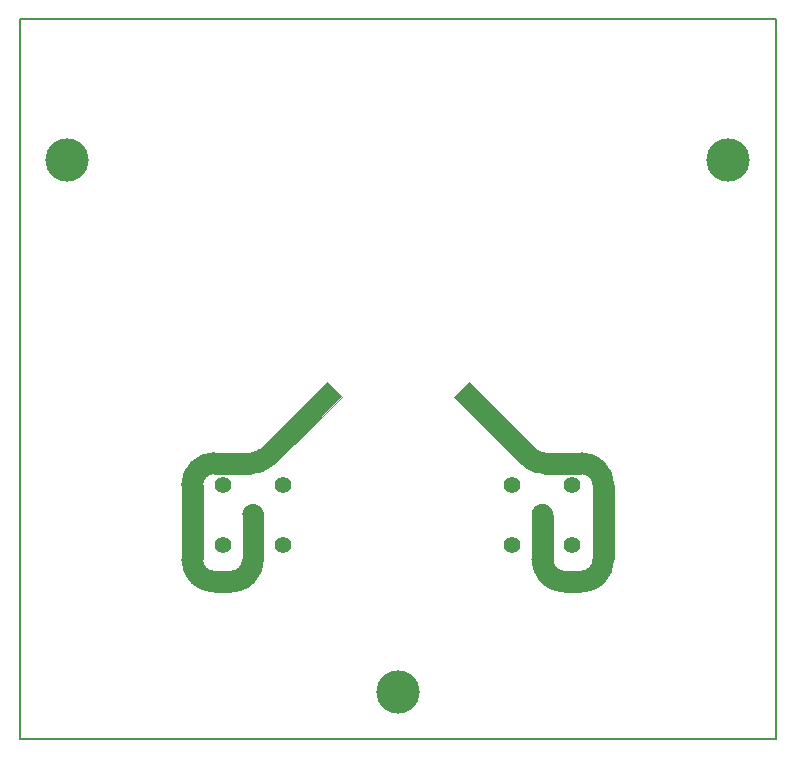
<source format=gtl>
G04*
G04 #@! TF.GenerationSoftware,Altium Limited,Altium Designer,20.0.14 (345)*
G04*
G04 Layer_Physical_Order=1*
G04 Layer_Color=255*
%FSLAX44Y44*%
%MOMM*%
G71*
G01*
G75*
%ADD13C,0.1270*%
%ADD15C,0.0127*%
%ADD16C,3.6600*%
%ADD17C,1.4000*%
%ADD18C,1.3500*%
G36*
X272581Y289992D02*
X215641Y233051D01*
X215641Y233051D01*
X214678Y232089D01*
X212575Y230362D01*
X210312Y228850D01*
X207911Y227567D01*
X206654Y227047D01*
X205397Y226526D01*
X202792Y225736D01*
X200123Y225205D01*
X197414Y224938D01*
X196054Y224938D01*
X164813D01*
X164813Y224938D01*
X163833Y224890D01*
X161911Y224508D01*
X160100Y223757D01*
X158470Y222668D01*
X157742Y222009D01*
X157083Y221282D01*
X155994Y219652D01*
X155244Y217841D01*
X154862Y215918D01*
X154813Y214938D01*
Y152190D01*
X154862Y151210D01*
X155244Y149287D01*
X155994Y147476D01*
X157083Y145846D01*
X157742Y145119D01*
X157742D01*
X158469Y144460D01*
X160100Y143371D01*
X161911Y142621D01*
X163833Y142238D01*
X164813Y142190D01*
X178713D01*
X179694Y142238D01*
X181616Y142621D01*
X183428Y143371D01*
X185057Y144460D01*
X185784Y145119D01*
X186444Y145846D01*
X187533Y147476D01*
X188283Y149287D01*
X188665Y151210D01*
X188713Y152190D01*
Y189990D01*
Y190862D01*
X189054Y192571D01*
X189721Y194182D01*
X190689Y195632D01*
X191922Y196864D01*
X193371Y197833D01*
X194982Y198500D01*
X196692Y198840D01*
X197563Y198840D01*
X198435Y198840D01*
X200145Y198500D01*
X201756Y197833D01*
X203205Y196864D01*
X204438Y195632D01*
X205406Y194182D01*
X206073Y192571D01*
X206413Y190862D01*
Y189990D01*
Y152190D01*
X206413D01*
Y150829D01*
X206147Y148121D01*
X205616Y145451D01*
X204826Y142847D01*
X203784Y140332D01*
X202501Y137932D01*
X200989Y135669D01*
X199263Y133565D01*
X198300Y132603D01*
X197338Y131641D01*
X195234Y129914D01*
X192971Y128402D01*
X190571Y127119D01*
X188057Y126078D01*
X185452Y125288D01*
X182783Y124757D01*
X180074Y124490D01*
X163453D01*
X160744Y124757D01*
X158075Y125288D01*
X155470Y126078D01*
X152956Y127119D01*
X150556Y128402D01*
X148293Y129914D01*
X146189Y131641D01*
X145227Y132603D01*
X144264Y133565D01*
X142538Y135669D01*
X141026Y137932D01*
X139743Y140332D01*
X138701Y142847D01*
X137911Y145451D01*
X137380Y148121D01*
X137114Y150829D01*
Y152190D01*
Y214938D01*
Y216299D01*
X137380Y219007D01*
X137911Y221677D01*
X138701Y224281D01*
X139743Y226796D01*
X141026Y229196D01*
X142538Y231459D01*
X144264Y233563D01*
X145227Y234525D01*
X146189Y235487D01*
X148293Y237214D01*
X150556Y238726D01*
X152956Y240009D01*
X155470Y241050D01*
X158075Y241840D01*
X160744Y242371D01*
X163453Y242638D01*
X164813D01*
X196054Y242638D01*
X196054D01*
X196544Y242650D01*
X197521Y242746D01*
X198484Y242938D01*
X199423Y243223D01*
X199881Y243399D01*
X200329Y243598D01*
X201195Y244061D01*
X202011Y244606D01*
X202769Y245229D01*
X203125Y245567D01*
X260065Y302508D01*
X272581Y289992D01*
D02*
G37*
G36*
X437002Y245567D02*
X437358Y245229D01*
X438116Y244606D01*
X438932Y244061D01*
X439798Y243598D01*
X440246Y243399D01*
X440704Y243223D01*
X441643Y242938D01*
X442606Y242746D01*
X443583Y242650D01*
X444073Y242638D01*
X475313Y242638D01*
X476674D01*
X479383Y242371D01*
X482052Y241840D01*
X484657Y241050D01*
X487171Y240009D01*
X489571Y238726D01*
X491834Y237214D01*
X493938Y235487D01*
X494900Y234525D01*
X495863Y233563D01*
X497589Y231459D01*
X499101Y229196D01*
X500384Y226796D01*
X501426Y224281D01*
X502216Y221677D01*
X502747Y219007D01*
X503013Y216299D01*
Y214938D01*
X503013Y214938D01*
X503013Y152190D01*
Y150829D01*
X502747Y148121D01*
X502216Y145451D01*
X501426Y142847D01*
X500384Y140332D01*
X499101Y137932D01*
X497589Y135669D01*
X495863Y133565D01*
X494900Y132603D01*
X493938Y131641D01*
X491834Y129914D01*
X489571Y128402D01*
X487171Y127119D01*
X484657Y126078D01*
X482052Y125288D01*
X479383Y124757D01*
X476674Y124490D01*
X460053D01*
X457344Y124757D01*
X454675Y125288D01*
X452070Y126078D01*
X449556Y127119D01*
X447156Y128402D01*
X444893Y129914D01*
X442789Y131641D01*
X441827Y132603D01*
X440864Y133565D01*
X439138Y135669D01*
X437626Y137932D01*
X436343Y140332D01*
X435301Y142847D01*
X434511Y145451D01*
X433980Y148121D01*
X433713Y150829D01*
Y152190D01*
Y189990D01*
Y190862D01*
X434054Y192571D01*
X434721Y194182D01*
X435689Y195632D01*
X436922Y196864D01*
X438371Y197833D01*
X439982Y198500D01*
X441692Y198840D01*
X442564Y198840D01*
X443435Y198840D01*
X445145Y198500D01*
X446755Y197833D01*
X448205Y196864D01*
X449438Y195632D01*
X450406Y194182D01*
X451073Y192571D01*
X451413Y190862D01*
Y189990D01*
X451413D01*
Y152190D01*
X451462Y151210D01*
X451844Y149287D01*
X452594Y147476D01*
X453683Y145846D01*
X454342Y145119D01*
X455070Y144460D01*
X456699Y143371D01*
X458511Y142621D01*
X460433Y142238D01*
X461413Y142190D01*
X475313D01*
X476294Y142238D01*
X478216Y142621D01*
X480028Y143371D01*
X481657Y144460D01*
X482385Y145119D01*
X482384D01*
X483044Y145846D01*
X484133Y147476D01*
X484883Y149287D01*
X485265Y151210D01*
X485313Y152190D01*
X485313D01*
X485313Y214938D01*
X485265Y215918D01*
X484883Y217841D01*
X484133Y219652D01*
X483044Y221282D01*
X482384Y222009D01*
X481657Y222668D01*
X480028Y223757D01*
X478216Y224508D01*
X476294Y224890D01*
X475313Y224938D01*
Y224938D01*
X444073D01*
X442712Y224938D01*
X440004Y225205D01*
X437335Y225736D01*
X434730Y226526D01*
X433473Y227047D01*
X433473D01*
X432216Y227567D01*
X429815Y228850D01*
X427552Y230362D01*
X425449Y232089D01*
X424486Y233051D01*
Y233051D01*
X367546Y289992D01*
X380061Y302508D01*
X437002Y245567D01*
D02*
G37*
D13*
X640000Y610000D02*
X640000Y0D01*
X0D02*
X640000D01*
X0Y610000D02*
X640000D01*
X-0D02*
X0Y0D01*
D15*
X448563Y189990D02*
G03*
X448563Y189990I-6000J0D01*
G01*
X448215D02*
G03*
X448215Y189990I-5652J0D01*
G01*
X482385Y222009D02*
G03*
X475313Y224938I-7071J-7071D01*
G01*
X485313Y214938D02*
G03*
X482385Y222009I-10000J0D01*
G01*
Y145119D02*
G03*
X485313Y152190I-7071J7071D01*
G01*
X475313Y142190D02*
G03*
X482385Y145119I0J10000D01*
G01*
X454342D02*
G03*
X461413Y142190I7071J7071D01*
G01*
X451413Y152190D02*
G03*
X454342Y145119I10000J0D01*
G01*
X451413Y189990D02*
G03*
X442564Y198840I-8850J0D01*
G01*
D02*
G03*
X433713Y189990I0J-8850D01*
G01*
Y152190D02*
G03*
X441827Y132603I27700J0D01*
G01*
D02*
G03*
X461413Y124490I19587J19587D01*
G01*
X475313D02*
G03*
X494900Y132603I-0J27700D01*
G01*
D02*
G03*
X503013Y152190I-19587J19587D01*
G01*
Y214938D02*
G03*
X494900Y234525I-27700J-0D01*
G01*
D02*
G03*
X475313Y242638I-19587J-19587D01*
G01*
X440246Y243399D02*
G03*
X444073Y242638I3827J9239D01*
G01*
X437002Y245567D02*
G03*
X440246Y243399I7071J7071D01*
G01*
X424486Y233051D02*
G03*
X433473Y227047I19587J19587D01*
G01*
D02*
G03*
X444073Y224938I10600J25591D01*
G01*
X448563Y189990D02*
G03*
X448563Y189990I-6000J0D01*
G01*
X203563D02*
G03*
X203563Y189990I-6000J0D01*
G01*
X196054Y224938D02*
G03*
X206654Y227047I0J27700D01*
G01*
D02*
G03*
X215641Y233051I-10600J25591D01*
G01*
X199881Y243399D02*
G03*
X203125Y245567I-3827J9239D01*
G01*
X196054Y242638D02*
G03*
X199881Y243399I-0J10000D01*
G01*
X164813Y242638D02*
G03*
X145227Y234525I0J-27700D01*
G01*
D02*
G03*
X137114Y214938I19587J-19587D01*
G01*
Y152190D02*
G03*
X145227Y132603I27700J0D01*
G01*
D02*
G03*
X164813Y124490I19587J19587D01*
G01*
X178713D02*
G03*
X198300Y132603I-0J27700D01*
G01*
D02*
G03*
X206413Y152190I-19587J19587D01*
G01*
Y189990D02*
G03*
X197563Y198840I-8850J0D01*
G01*
D02*
G03*
X188713Y189990I-0J-8850D01*
G01*
X185785Y145119D02*
G03*
X188713Y152190I-7071J7071D01*
G01*
X178713Y142190D02*
G03*
X185785Y145119I0J10000D01*
G01*
X157742D02*
G03*
X164813Y142190I7071J7071D01*
G01*
X154813Y152190D02*
G03*
X157742Y145119I10000J0D01*
G01*
Y222009D02*
G03*
X154813Y214938I7071J-7071D01*
G01*
X164813Y224938D02*
G03*
X157742Y222009I0J-10000D01*
G01*
X203216Y189990D02*
G03*
X203216Y189990I-5652J0D01*
G01*
X203563D02*
G03*
X203563Y189990I-6000J0D01*
G01*
X485313Y152190D02*
Y214938D01*
X461413Y142190D02*
X475313D01*
X451413Y152190D02*
Y189990D01*
X433713Y152190D02*
Y189990D01*
X461413Y124490D02*
X475313D01*
X503013Y152190D02*
Y214938D01*
X444073Y242638D02*
X475313D01*
X380061Y302508D02*
X437002Y245567D01*
X367546Y289992D02*
X380061Y302508D01*
X367546Y289992D02*
X424486Y233051D01*
X444073Y224938D02*
X475313D01*
X164813D02*
X196054D01*
X215641Y233051D02*
X272581Y289992D01*
X260065Y302508D02*
X272581Y289992D01*
X203125Y245567D02*
X260065Y302508D01*
X164813Y242638D02*
X196054D01*
X137114Y152190D02*
Y214938D01*
X164813Y124490D02*
X178713D01*
X206413Y152190D02*
Y189990D01*
X188713Y152190D02*
Y189990D01*
X164813Y142190D02*
X178713D01*
X154813Y152190D02*
Y214938D01*
D16*
X40000Y490000D02*
D03*
X600000D02*
D03*
X320000Y40000D02*
D03*
D17*
X467963Y215400D02*
D03*
Y164600D02*
D03*
X417164D02*
D03*
Y215400D02*
D03*
X222964D02*
D03*
Y164600D02*
D03*
X172164D02*
D03*
Y215400D02*
D03*
D18*
X442564Y190000D02*
D03*
X197563D02*
D03*
M02*

</source>
